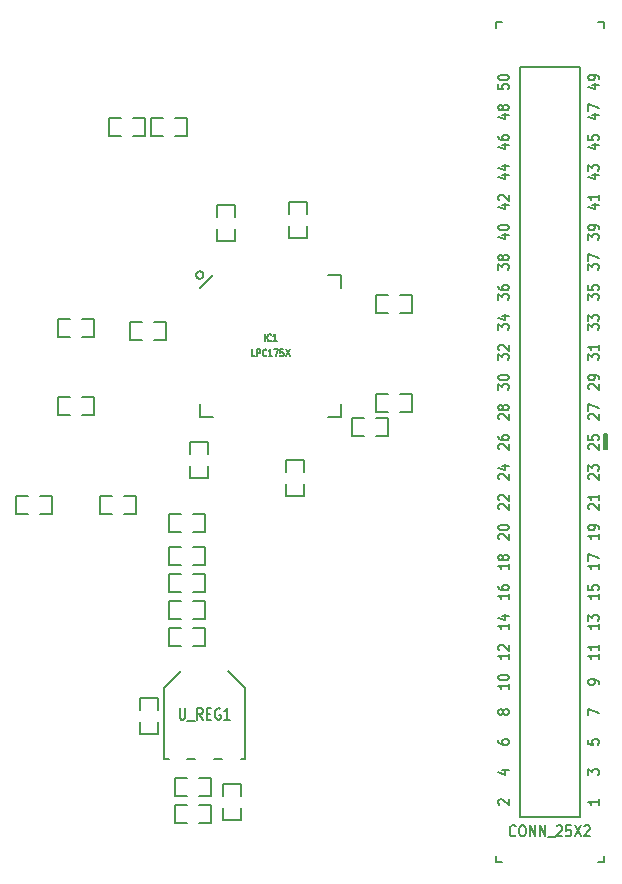
<source format=gto>
G04 (created by PCBNEW-RS274X (2011-03-30)-stable) date dom 10 abr 2011 01:24:47 ART*
G01*
G70*
G90*
%MOIN*%
G04 Gerber Fmt 3.4, Leading zero omitted, Abs format*
%FSLAX34Y34*%
G04 APERTURE LIST*
%ADD10C,0.006000*%
%ADD11C,0.007000*%
%ADD12C,0.005000*%
%ADD13C,0.008000*%
G04 APERTURE END LIST*
G54D10*
G54D11*
X15862Y-13238D02*
X15859Y-13262D01*
X15852Y-13285D01*
X15841Y-13306D01*
X15825Y-13325D01*
X15807Y-13340D01*
X15786Y-13352D01*
X15762Y-13359D01*
X15738Y-13361D01*
X15715Y-13359D01*
X15692Y-13352D01*
X15671Y-13341D01*
X15652Y-13326D01*
X15636Y-13308D01*
X15625Y-13286D01*
X15617Y-13263D01*
X15615Y-13239D01*
X15617Y-13216D01*
X15623Y-13193D01*
X15634Y-13171D01*
X15649Y-13152D01*
X15668Y-13137D01*
X15689Y-13125D01*
X15712Y-13117D01*
X15736Y-13115D01*
X15759Y-13116D01*
X15782Y-13123D01*
X15804Y-13134D01*
X15823Y-13149D01*
X15839Y-13167D01*
X15851Y-13188D01*
X15858Y-13211D01*
X15861Y-13235D01*
X15862Y-13238D01*
X15738Y-13671D02*
X16171Y-13238D01*
X15738Y-17962D02*
X15738Y-17529D01*
X15738Y-17962D02*
X16171Y-17962D01*
X20462Y-17962D02*
X20462Y-17529D01*
X20462Y-17962D02*
X20029Y-17962D01*
X20462Y-13238D02*
X20462Y-13671D01*
X20462Y-13238D02*
X20029Y-13238D01*
G54D12*
X14500Y-08600D02*
X14100Y-08600D01*
X14100Y-08600D02*
X14100Y-08000D01*
X14100Y-08000D02*
X14500Y-08000D01*
X14900Y-08000D02*
X15300Y-08000D01*
X15300Y-08000D02*
X15300Y-08600D01*
X15300Y-08600D02*
X14900Y-08600D01*
X13800Y-15400D02*
X13400Y-15400D01*
X13400Y-15400D02*
X13400Y-14800D01*
X13400Y-14800D02*
X13800Y-14800D01*
X14200Y-14800D02*
X14600Y-14800D01*
X14600Y-14800D02*
X14600Y-15400D01*
X14600Y-15400D02*
X14200Y-15400D01*
X22400Y-17200D02*
X22800Y-17200D01*
X22800Y-17200D02*
X22800Y-17800D01*
X22800Y-17800D02*
X22400Y-17800D01*
X22000Y-17800D02*
X21600Y-17800D01*
X21600Y-17800D02*
X21600Y-17200D01*
X21600Y-17200D02*
X22000Y-17200D01*
X22400Y-13900D02*
X22800Y-13900D01*
X22800Y-13900D02*
X22800Y-14500D01*
X22800Y-14500D02*
X22400Y-14500D01*
X22000Y-14500D02*
X21600Y-14500D01*
X21600Y-14500D02*
X21600Y-13900D01*
X21600Y-13900D02*
X22000Y-13900D01*
X18700Y-11200D02*
X18700Y-10800D01*
X18700Y-10800D02*
X19300Y-10800D01*
X19300Y-10800D02*
X19300Y-11200D01*
X19300Y-11600D02*
X19300Y-12000D01*
X19300Y-12000D02*
X18700Y-12000D01*
X18700Y-12000D02*
X18700Y-11600D01*
X16300Y-11300D02*
X16300Y-10900D01*
X16300Y-10900D02*
X16900Y-10900D01*
X16900Y-10900D02*
X16900Y-11300D01*
X16900Y-11700D02*
X16900Y-12100D01*
X16900Y-12100D02*
X16300Y-12100D01*
X16300Y-12100D02*
X16300Y-11700D01*
X19200Y-20200D02*
X19200Y-20600D01*
X19200Y-20600D02*
X18600Y-20600D01*
X18600Y-20600D02*
X18600Y-20200D01*
X18600Y-19800D02*
X18600Y-19400D01*
X18600Y-19400D02*
X19200Y-19400D01*
X19200Y-19400D02*
X19200Y-19800D01*
X16000Y-19600D02*
X16000Y-20000D01*
X16000Y-20000D02*
X15400Y-20000D01*
X15400Y-20000D02*
X15400Y-19600D01*
X15400Y-19200D02*
X15400Y-18800D01*
X15400Y-18800D02*
X16000Y-18800D01*
X16000Y-18800D02*
X16000Y-19200D01*
X10400Y-20600D02*
X10800Y-20600D01*
X10800Y-20600D02*
X10800Y-21200D01*
X10800Y-21200D02*
X10400Y-21200D01*
X10000Y-21200D02*
X09600Y-21200D01*
X09600Y-21200D02*
X09600Y-20600D01*
X09600Y-20600D02*
X10000Y-20600D01*
X12800Y-21200D02*
X12400Y-21200D01*
X12400Y-21200D02*
X12400Y-20600D01*
X12400Y-20600D02*
X12800Y-20600D01*
X13200Y-20600D02*
X13600Y-20600D01*
X13600Y-20600D02*
X13600Y-21200D01*
X13600Y-21200D02*
X13200Y-21200D01*
X11400Y-15300D02*
X11000Y-15300D01*
X11000Y-15300D02*
X11000Y-14700D01*
X11000Y-14700D02*
X11400Y-14700D01*
X11800Y-14700D02*
X12200Y-14700D01*
X12200Y-14700D02*
X12200Y-15300D01*
X12200Y-15300D02*
X11800Y-15300D01*
X11400Y-17900D02*
X11000Y-17900D01*
X11000Y-17900D02*
X11000Y-17300D01*
X11000Y-17300D02*
X11400Y-17300D01*
X11800Y-17300D02*
X12200Y-17300D01*
X12200Y-17300D02*
X12200Y-17900D01*
X12200Y-17900D02*
X11800Y-17900D01*
X13500Y-08000D02*
X13900Y-08000D01*
X13900Y-08000D02*
X13900Y-08600D01*
X13900Y-08600D02*
X13500Y-08600D01*
X13100Y-08600D02*
X12700Y-08600D01*
X12700Y-08600D02*
X12700Y-08000D01*
X12700Y-08000D02*
X13100Y-08000D01*
X15100Y-21800D02*
X14700Y-21800D01*
X14700Y-21800D02*
X14700Y-21200D01*
X14700Y-21200D02*
X15100Y-21200D01*
X15500Y-21200D02*
X15900Y-21200D01*
X15900Y-21200D02*
X15900Y-21800D01*
X15900Y-21800D02*
X15500Y-21800D01*
X15100Y-22900D02*
X14700Y-22900D01*
X14700Y-22900D02*
X14700Y-22300D01*
X14700Y-22300D02*
X15100Y-22300D01*
X15500Y-22300D02*
X15900Y-22300D01*
X15900Y-22300D02*
X15900Y-22900D01*
X15900Y-22900D02*
X15500Y-22900D01*
X15100Y-24700D02*
X14700Y-24700D01*
X14700Y-24700D02*
X14700Y-24100D01*
X14700Y-24100D02*
X15100Y-24100D01*
X15500Y-24100D02*
X15900Y-24100D01*
X15900Y-24100D02*
X15900Y-24700D01*
X15900Y-24700D02*
X15500Y-24700D01*
X15100Y-25600D02*
X14700Y-25600D01*
X14700Y-25600D02*
X14700Y-25000D01*
X14700Y-25000D02*
X15100Y-25000D01*
X15500Y-25000D02*
X15900Y-25000D01*
X15900Y-25000D02*
X15900Y-25600D01*
X15900Y-25600D02*
X15500Y-25600D01*
X15100Y-23800D02*
X14700Y-23800D01*
X14700Y-23800D02*
X14700Y-23200D01*
X14700Y-23200D02*
X15100Y-23200D01*
X15500Y-23200D02*
X15900Y-23200D01*
X15900Y-23200D02*
X15900Y-23800D01*
X15900Y-23800D02*
X15500Y-23800D01*
X16500Y-30600D02*
X16500Y-30200D01*
X16500Y-30200D02*
X17100Y-30200D01*
X17100Y-30200D02*
X17100Y-30600D01*
X17100Y-31000D02*
X17100Y-31400D01*
X17100Y-31400D02*
X16500Y-31400D01*
X16500Y-31400D02*
X16500Y-31000D01*
X15700Y-30900D02*
X16100Y-30900D01*
X16100Y-30900D02*
X16100Y-31500D01*
X16100Y-31500D02*
X15700Y-31500D01*
X15300Y-31500D02*
X14900Y-31500D01*
X14900Y-31500D02*
X14900Y-30900D01*
X14900Y-30900D02*
X15300Y-30900D01*
X15700Y-30000D02*
X16100Y-30000D01*
X16100Y-30000D02*
X16100Y-30600D01*
X16100Y-30600D02*
X15700Y-30600D01*
X15300Y-30600D02*
X14900Y-30600D01*
X14900Y-30600D02*
X14900Y-30000D01*
X14900Y-30000D02*
X15300Y-30000D01*
G54D13*
X14561Y-29357D02*
X14699Y-29357D01*
X14561Y-26994D02*
X14561Y-29357D01*
X15585Y-29357D02*
X15309Y-29357D01*
X16491Y-29357D02*
X16215Y-29357D01*
X17239Y-29357D02*
X17120Y-29357D01*
X17239Y-26994D02*
X17239Y-29357D01*
X14561Y-26994D02*
X15113Y-26443D01*
X17239Y-26994D02*
X16687Y-26443D01*
X26400Y-31300D02*
X26400Y-06300D01*
X26400Y-06300D02*
X28400Y-06300D01*
X28400Y-06300D02*
X28400Y-31300D01*
X28400Y-31300D02*
X26400Y-31300D01*
G54D11*
X29250Y-19050D02*
X29250Y-18550D01*
X29300Y-18550D02*
X29300Y-19050D01*
X29300Y-19050D02*
X29200Y-19050D01*
X29200Y-19050D02*
X29200Y-18550D01*
X29200Y-18550D02*
X29300Y-18550D01*
X29200Y-32800D02*
X29200Y-32600D01*
X29200Y-32800D02*
X29000Y-32800D01*
X25600Y-32800D02*
X25800Y-32800D01*
X25600Y-32800D02*
X25600Y-32600D01*
X29200Y-04800D02*
X29200Y-05000D01*
X29200Y-04800D02*
X29000Y-04800D01*
X25600Y-04800D02*
X25800Y-04800D01*
X25600Y-04800D02*
X25600Y-05000D01*
G54D12*
X13750Y-27750D02*
X13750Y-27350D01*
X13750Y-27350D02*
X14350Y-27350D01*
X14350Y-27350D02*
X14350Y-27750D01*
X14350Y-28150D02*
X14350Y-28550D01*
X14350Y-28550D02*
X13750Y-28550D01*
X13750Y-28550D02*
X13750Y-28150D01*
X21200Y-18600D02*
X20800Y-18600D01*
X20800Y-18600D02*
X20800Y-18000D01*
X20800Y-18000D02*
X21200Y-18000D01*
X21600Y-18000D02*
X22000Y-18000D01*
X22000Y-18000D02*
X22000Y-18600D01*
X22000Y-18600D02*
X21600Y-18600D01*
X17906Y-15439D02*
X17906Y-15219D01*
X18115Y-15418D02*
X18105Y-15429D01*
X18077Y-15439D01*
X18058Y-15439D01*
X18029Y-15429D01*
X18010Y-15408D01*
X18001Y-15387D01*
X17991Y-15345D01*
X17991Y-15313D01*
X18001Y-15271D01*
X18010Y-15250D01*
X18029Y-15230D01*
X18058Y-15219D01*
X18077Y-15219D01*
X18105Y-15230D01*
X18115Y-15240D01*
X18305Y-15439D02*
X18191Y-15439D01*
X18248Y-15439D02*
X18248Y-15219D01*
X18229Y-15250D01*
X18210Y-15271D01*
X18191Y-15282D01*
X17582Y-15939D02*
X17487Y-15939D01*
X17487Y-15719D01*
X17649Y-15939D02*
X17649Y-15719D01*
X17725Y-15719D01*
X17744Y-15730D01*
X17753Y-15740D01*
X17763Y-15761D01*
X17763Y-15792D01*
X17753Y-15813D01*
X17744Y-15824D01*
X17725Y-15834D01*
X17649Y-15834D01*
X17963Y-15918D02*
X17953Y-15929D01*
X17925Y-15939D01*
X17906Y-15939D01*
X17877Y-15929D01*
X17858Y-15908D01*
X17849Y-15887D01*
X17839Y-15845D01*
X17839Y-15813D01*
X17849Y-15771D01*
X17858Y-15750D01*
X17877Y-15730D01*
X17906Y-15719D01*
X17925Y-15719D01*
X17953Y-15730D01*
X17963Y-15740D01*
X18153Y-15939D02*
X18039Y-15939D01*
X18096Y-15939D02*
X18096Y-15719D01*
X18077Y-15750D01*
X18058Y-15771D01*
X18039Y-15782D01*
X18220Y-15719D02*
X18353Y-15719D01*
X18267Y-15939D01*
X18524Y-15719D02*
X18429Y-15719D01*
X18419Y-15824D01*
X18429Y-15813D01*
X18448Y-15803D01*
X18495Y-15803D01*
X18514Y-15813D01*
X18524Y-15824D01*
X18533Y-15845D01*
X18533Y-15897D01*
X18524Y-15918D01*
X18514Y-15929D01*
X18495Y-15939D01*
X18448Y-15939D01*
X18429Y-15929D01*
X18419Y-15918D01*
X18600Y-15719D02*
X18733Y-15939D01*
X18733Y-15719D02*
X18600Y-15939D01*
G54D13*
X15069Y-27674D02*
X15069Y-27981D01*
X15084Y-28018D01*
X15100Y-28036D01*
X15130Y-28054D01*
X15191Y-28054D01*
X15222Y-28036D01*
X15237Y-28018D01*
X15252Y-27981D01*
X15252Y-27674D01*
X15328Y-28090D02*
X15572Y-28090D01*
X15831Y-28054D02*
X15724Y-27873D01*
X15648Y-28054D02*
X15648Y-27674D01*
X15770Y-27674D01*
X15801Y-27692D01*
X15816Y-27710D01*
X15831Y-27746D01*
X15831Y-27800D01*
X15816Y-27837D01*
X15801Y-27855D01*
X15770Y-27873D01*
X15648Y-27873D01*
X15968Y-27855D02*
X16075Y-27855D01*
X16121Y-28054D02*
X15968Y-28054D01*
X15968Y-27674D01*
X16121Y-27674D01*
X16426Y-27692D02*
X16395Y-27674D01*
X16350Y-27674D01*
X16304Y-27692D01*
X16273Y-27728D01*
X16258Y-27764D01*
X16243Y-27837D01*
X16243Y-27891D01*
X16258Y-27963D01*
X16273Y-28000D01*
X16304Y-28036D01*
X16350Y-28054D01*
X16380Y-28054D01*
X16426Y-28036D01*
X16441Y-28018D01*
X16441Y-27891D01*
X16380Y-27891D01*
X16746Y-28054D02*
X16563Y-28054D01*
X16654Y-28054D02*
X16654Y-27674D01*
X16624Y-27728D01*
X16593Y-27764D01*
X16563Y-27782D01*
X26265Y-31911D02*
X26250Y-31929D01*
X26204Y-31946D01*
X26174Y-31946D01*
X26128Y-31929D01*
X26097Y-31894D01*
X26082Y-31860D01*
X26067Y-31791D01*
X26067Y-31740D01*
X26082Y-31671D01*
X26097Y-31637D01*
X26128Y-31603D01*
X26174Y-31586D01*
X26204Y-31586D01*
X26250Y-31603D01*
X26265Y-31620D01*
X26463Y-31586D02*
X26524Y-31586D01*
X26555Y-31603D01*
X26585Y-31637D01*
X26600Y-31706D01*
X26600Y-31826D01*
X26585Y-31894D01*
X26555Y-31929D01*
X26524Y-31946D01*
X26463Y-31946D01*
X26433Y-31929D01*
X26402Y-31894D01*
X26387Y-31826D01*
X26387Y-31706D01*
X26402Y-31637D01*
X26433Y-31603D01*
X26463Y-31586D01*
X26737Y-31946D02*
X26737Y-31586D01*
X26920Y-31946D01*
X26920Y-31586D01*
X27072Y-31946D02*
X27072Y-31586D01*
X27255Y-31946D01*
X27255Y-31586D01*
X27331Y-31980D02*
X27575Y-31980D01*
X27636Y-31620D02*
X27651Y-31603D01*
X27682Y-31586D01*
X27758Y-31586D01*
X27788Y-31603D01*
X27804Y-31620D01*
X27819Y-31654D01*
X27819Y-31689D01*
X27804Y-31740D01*
X27621Y-31946D01*
X27819Y-31946D01*
X28109Y-31586D02*
X27956Y-31586D01*
X27941Y-31757D01*
X27956Y-31740D01*
X27987Y-31723D01*
X28063Y-31723D01*
X28093Y-31740D01*
X28109Y-31757D01*
X28124Y-31791D01*
X28124Y-31877D01*
X28109Y-31911D01*
X28093Y-31929D01*
X28063Y-31946D01*
X27987Y-31946D01*
X27956Y-31929D01*
X27941Y-31911D01*
X28231Y-31586D02*
X28444Y-31946D01*
X28444Y-31586D02*
X28231Y-31946D01*
X28551Y-31620D02*
X28566Y-31603D01*
X28597Y-31586D01*
X28673Y-31586D01*
X28703Y-31603D01*
X28719Y-31620D01*
X28734Y-31654D01*
X28734Y-31689D01*
X28719Y-31740D01*
X28536Y-31946D01*
X28734Y-31946D01*
X25720Y-18044D02*
X25703Y-18029D01*
X25686Y-17998D01*
X25686Y-17922D01*
X25703Y-17892D01*
X25720Y-17876D01*
X25754Y-17861D01*
X25789Y-17861D01*
X25840Y-17876D01*
X26046Y-18059D01*
X26046Y-17861D01*
X25840Y-17678D02*
X25823Y-17709D01*
X25806Y-17724D01*
X25771Y-17739D01*
X25754Y-17739D01*
X25720Y-17724D01*
X25703Y-17709D01*
X25686Y-17678D01*
X25686Y-17617D01*
X25703Y-17587D01*
X25720Y-17571D01*
X25754Y-17556D01*
X25771Y-17556D01*
X25806Y-17571D01*
X25823Y-17587D01*
X25840Y-17617D01*
X25840Y-17678D01*
X25857Y-17709D01*
X25874Y-17724D01*
X25909Y-17739D01*
X25977Y-17739D01*
X26011Y-17724D01*
X26029Y-17709D01*
X26046Y-17678D01*
X26046Y-17617D01*
X26029Y-17587D01*
X26011Y-17571D01*
X25977Y-17556D01*
X25909Y-17556D01*
X25874Y-17571D01*
X25857Y-17587D01*
X25840Y-17617D01*
X25720Y-20044D02*
X25703Y-20029D01*
X25686Y-19998D01*
X25686Y-19922D01*
X25703Y-19892D01*
X25720Y-19876D01*
X25754Y-19861D01*
X25789Y-19861D01*
X25840Y-19876D01*
X26046Y-20059D01*
X26046Y-19861D01*
X25806Y-19587D02*
X26046Y-19587D01*
X25669Y-19663D02*
X25926Y-19739D01*
X25926Y-19541D01*
X25720Y-19044D02*
X25703Y-19029D01*
X25686Y-18998D01*
X25686Y-18922D01*
X25703Y-18892D01*
X25720Y-18876D01*
X25754Y-18861D01*
X25789Y-18861D01*
X25840Y-18876D01*
X26046Y-19059D01*
X26046Y-18861D01*
X25686Y-18587D02*
X25686Y-18648D01*
X25703Y-18678D01*
X25720Y-18693D01*
X25771Y-18724D01*
X25840Y-18739D01*
X25977Y-18739D01*
X26011Y-18724D01*
X26029Y-18709D01*
X26046Y-18678D01*
X26046Y-18617D01*
X26029Y-18587D01*
X26011Y-18571D01*
X25977Y-18556D01*
X25891Y-18556D01*
X25857Y-18571D01*
X25840Y-18587D01*
X25823Y-18617D01*
X25823Y-18678D01*
X25840Y-18709D01*
X25857Y-18724D01*
X25891Y-18739D01*
X25720Y-30891D02*
X25703Y-30876D01*
X25686Y-30845D01*
X25686Y-30769D01*
X25703Y-30739D01*
X25720Y-30723D01*
X25754Y-30708D01*
X25789Y-30708D01*
X25840Y-30723D01*
X26046Y-30906D01*
X26046Y-30708D01*
X25806Y-29739D02*
X26046Y-29739D01*
X25669Y-29815D02*
X25926Y-29891D01*
X25926Y-29693D01*
X25840Y-27830D02*
X25823Y-27861D01*
X25806Y-27876D01*
X25771Y-27891D01*
X25754Y-27891D01*
X25720Y-27876D01*
X25703Y-27861D01*
X25686Y-27830D01*
X25686Y-27769D01*
X25703Y-27739D01*
X25720Y-27723D01*
X25754Y-27708D01*
X25771Y-27708D01*
X25806Y-27723D01*
X25823Y-27739D01*
X25840Y-27769D01*
X25840Y-27830D01*
X25857Y-27861D01*
X25874Y-27876D01*
X25909Y-27891D01*
X25977Y-27891D01*
X26011Y-27876D01*
X26029Y-27861D01*
X26046Y-27830D01*
X26046Y-27769D01*
X26029Y-27739D01*
X26011Y-27723D01*
X25977Y-27708D01*
X25909Y-27708D01*
X25874Y-27723D01*
X25857Y-27739D01*
X25840Y-27769D01*
X25686Y-28739D02*
X25686Y-28800D01*
X25703Y-28830D01*
X25720Y-28845D01*
X25771Y-28876D01*
X25840Y-28891D01*
X25977Y-28891D01*
X26011Y-28876D01*
X26029Y-28861D01*
X26046Y-28830D01*
X26046Y-28769D01*
X26029Y-28739D01*
X26011Y-28723D01*
X25977Y-28708D01*
X25891Y-28708D01*
X25857Y-28723D01*
X25840Y-28739D01*
X25823Y-28769D01*
X25823Y-28830D01*
X25840Y-28861D01*
X25857Y-28876D01*
X25891Y-28891D01*
X26046Y-24861D02*
X26046Y-25044D01*
X26046Y-24953D02*
X25686Y-24953D01*
X25737Y-24983D01*
X25771Y-25014D01*
X25789Y-25044D01*
X25806Y-24587D02*
X26046Y-24587D01*
X25669Y-24663D02*
X25926Y-24739D01*
X25926Y-24541D01*
X26046Y-23861D02*
X26046Y-24044D01*
X26046Y-23953D02*
X25686Y-23953D01*
X25737Y-23983D01*
X25771Y-24014D01*
X25789Y-24044D01*
X25686Y-23587D02*
X25686Y-23648D01*
X25703Y-23678D01*
X25720Y-23693D01*
X25771Y-23724D01*
X25840Y-23739D01*
X25977Y-23739D01*
X26011Y-23724D01*
X26029Y-23709D01*
X26046Y-23678D01*
X26046Y-23617D01*
X26029Y-23587D01*
X26011Y-23571D01*
X25977Y-23556D01*
X25891Y-23556D01*
X25857Y-23571D01*
X25840Y-23587D01*
X25823Y-23617D01*
X25823Y-23678D01*
X25840Y-23709D01*
X25857Y-23724D01*
X25891Y-23739D01*
X26046Y-25861D02*
X26046Y-26044D01*
X26046Y-25953D02*
X25686Y-25953D01*
X25737Y-25983D01*
X25771Y-26014D01*
X25789Y-26044D01*
X25720Y-25739D02*
X25703Y-25724D01*
X25686Y-25693D01*
X25686Y-25617D01*
X25703Y-25587D01*
X25720Y-25571D01*
X25754Y-25556D01*
X25789Y-25556D01*
X25840Y-25571D01*
X26046Y-25754D01*
X26046Y-25556D01*
X26046Y-26861D02*
X26046Y-27044D01*
X26046Y-26953D02*
X25686Y-26953D01*
X25737Y-26983D01*
X25771Y-27014D01*
X25789Y-27044D01*
X25686Y-26663D02*
X25686Y-26632D01*
X25703Y-26602D01*
X25720Y-26587D01*
X25754Y-26571D01*
X25823Y-26556D01*
X25909Y-26556D01*
X25977Y-26571D01*
X26011Y-26587D01*
X26029Y-26602D01*
X26046Y-26632D01*
X26046Y-26663D01*
X26029Y-26693D01*
X26011Y-26709D01*
X25977Y-26724D01*
X25909Y-26739D01*
X25823Y-26739D01*
X25754Y-26724D01*
X25720Y-26709D01*
X25703Y-26693D01*
X25686Y-26663D01*
X25686Y-16059D02*
X25686Y-15861D01*
X25823Y-15968D01*
X25823Y-15922D01*
X25840Y-15892D01*
X25857Y-15876D01*
X25891Y-15861D01*
X25977Y-15861D01*
X26011Y-15876D01*
X26029Y-15892D01*
X26046Y-15922D01*
X26046Y-16014D01*
X26029Y-16044D01*
X26011Y-16059D01*
X25720Y-15739D02*
X25703Y-15724D01*
X25686Y-15693D01*
X25686Y-15617D01*
X25703Y-15587D01*
X25720Y-15571D01*
X25754Y-15556D01*
X25789Y-15556D01*
X25840Y-15571D01*
X26046Y-15754D01*
X26046Y-15556D01*
X25686Y-17059D02*
X25686Y-16861D01*
X25823Y-16968D01*
X25823Y-16922D01*
X25840Y-16892D01*
X25857Y-16876D01*
X25891Y-16861D01*
X25977Y-16861D01*
X26011Y-16876D01*
X26029Y-16892D01*
X26046Y-16922D01*
X26046Y-17014D01*
X26029Y-17044D01*
X26011Y-17059D01*
X25686Y-16663D02*
X25686Y-16632D01*
X25703Y-16602D01*
X25720Y-16587D01*
X25754Y-16571D01*
X25823Y-16556D01*
X25909Y-16556D01*
X25977Y-16571D01*
X26011Y-16587D01*
X26029Y-16602D01*
X26046Y-16632D01*
X26046Y-16663D01*
X26029Y-16693D01*
X26011Y-16709D01*
X25977Y-16724D01*
X25909Y-16739D01*
X25823Y-16739D01*
X25754Y-16724D01*
X25720Y-16709D01*
X25703Y-16693D01*
X25686Y-16663D01*
X25720Y-21044D02*
X25703Y-21029D01*
X25686Y-20998D01*
X25686Y-20922D01*
X25703Y-20892D01*
X25720Y-20876D01*
X25754Y-20861D01*
X25789Y-20861D01*
X25840Y-20876D01*
X26046Y-21059D01*
X26046Y-20861D01*
X25720Y-20739D02*
X25703Y-20724D01*
X25686Y-20693D01*
X25686Y-20617D01*
X25703Y-20587D01*
X25720Y-20571D01*
X25754Y-20556D01*
X25789Y-20556D01*
X25840Y-20571D01*
X26046Y-20754D01*
X26046Y-20556D01*
X25720Y-22044D02*
X25703Y-22029D01*
X25686Y-21998D01*
X25686Y-21922D01*
X25703Y-21892D01*
X25720Y-21876D01*
X25754Y-21861D01*
X25789Y-21861D01*
X25840Y-21876D01*
X26046Y-22059D01*
X26046Y-21861D01*
X25686Y-21663D02*
X25686Y-21632D01*
X25703Y-21602D01*
X25720Y-21587D01*
X25754Y-21571D01*
X25823Y-21556D01*
X25909Y-21556D01*
X25977Y-21571D01*
X26011Y-21587D01*
X26029Y-21602D01*
X26046Y-21632D01*
X26046Y-21663D01*
X26029Y-21693D01*
X26011Y-21709D01*
X25977Y-21724D01*
X25909Y-21739D01*
X25823Y-21739D01*
X25754Y-21724D01*
X25720Y-21709D01*
X25703Y-21693D01*
X25686Y-21663D01*
X26046Y-22861D02*
X26046Y-23044D01*
X26046Y-22953D02*
X25686Y-22953D01*
X25737Y-22983D01*
X25771Y-23014D01*
X25789Y-23044D01*
X25840Y-22678D02*
X25823Y-22709D01*
X25806Y-22724D01*
X25771Y-22739D01*
X25754Y-22739D01*
X25720Y-22724D01*
X25703Y-22709D01*
X25686Y-22678D01*
X25686Y-22617D01*
X25703Y-22587D01*
X25720Y-22571D01*
X25754Y-22556D01*
X25771Y-22556D01*
X25806Y-22571D01*
X25823Y-22587D01*
X25840Y-22617D01*
X25840Y-22678D01*
X25857Y-22709D01*
X25874Y-22724D01*
X25909Y-22739D01*
X25977Y-22739D01*
X26011Y-22724D01*
X26029Y-22709D01*
X26046Y-22678D01*
X26046Y-22617D01*
X26029Y-22587D01*
X26011Y-22571D01*
X25977Y-22556D01*
X25909Y-22556D01*
X25874Y-22571D01*
X25857Y-22587D01*
X25840Y-22617D01*
X25686Y-06876D02*
X25686Y-07029D01*
X25857Y-07044D01*
X25840Y-07029D01*
X25823Y-06998D01*
X25823Y-06922D01*
X25840Y-06892D01*
X25857Y-06876D01*
X25891Y-06861D01*
X25977Y-06861D01*
X26011Y-06876D01*
X26029Y-06892D01*
X26046Y-06922D01*
X26046Y-06998D01*
X26029Y-07029D01*
X26011Y-07044D01*
X25686Y-06663D02*
X25686Y-06632D01*
X25703Y-06602D01*
X25720Y-06587D01*
X25754Y-06571D01*
X25823Y-06556D01*
X25909Y-06556D01*
X25977Y-06571D01*
X26011Y-06587D01*
X26029Y-06602D01*
X26046Y-06632D01*
X26046Y-06663D01*
X26029Y-06693D01*
X26011Y-06709D01*
X25977Y-06724D01*
X25909Y-06739D01*
X25823Y-06739D01*
X25754Y-06724D01*
X25720Y-06709D01*
X25703Y-06693D01*
X25686Y-06663D01*
X25806Y-10892D02*
X26046Y-10892D01*
X25669Y-10968D02*
X25926Y-11044D01*
X25926Y-10846D01*
X25720Y-10739D02*
X25703Y-10724D01*
X25686Y-10693D01*
X25686Y-10617D01*
X25703Y-10587D01*
X25720Y-10571D01*
X25754Y-10556D01*
X25789Y-10556D01*
X25840Y-10571D01*
X26046Y-10754D01*
X26046Y-10556D01*
X25806Y-09892D02*
X26046Y-09892D01*
X25669Y-09968D02*
X25926Y-10044D01*
X25926Y-09846D01*
X25806Y-09587D02*
X26046Y-09587D01*
X25669Y-09663D02*
X25926Y-09739D01*
X25926Y-09541D01*
X25806Y-07892D02*
X26046Y-07892D01*
X25669Y-07968D02*
X25926Y-08044D01*
X25926Y-07846D01*
X25840Y-07678D02*
X25823Y-07709D01*
X25806Y-07724D01*
X25771Y-07739D01*
X25754Y-07739D01*
X25720Y-07724D01*
X25703Y-07709D01*
X25686Y-07678D01*
X25686Y-07617D01*
X25703Y-07587D01*
X25720Y-07571D01*
X25754Y-07556D01*
X25771Y-07556D01*
X25806Y-07571D01*
X25823Y-07587D01*
X25840Y-07617D01*
X25840Y-07678D01*
X25857Y-07709D01*
X25874Y-07724D01*
X25909Y-07739D01*
X25977Y-07739D01*
X26011Y-07724D01*
X26029Y-07709D01*
X26046Y-07678D01*
X26046Y-07617D01*
X26029Y-07587D01*
X26011Y-07571D01*
X25977Y-07556D01*
X25909Y-07556D01*
X25874Y-07571D01*
X25857Y-07587D01*
X25840Y-07617D01*
X25806Y-08892D02*
X26046Y-08892D01*
X25669Y-08968D02*
X25926Y-09044D01*
X25926Y-08846D01*
X25686Y-08587D02*
X25686Y-08648D01*
X25703Y-08678D01*
X25720Y-08693D01*
X25771Y-08724D01*
X25840Y-08739D01*
X25977Y-08739D01*
X26011Y-08724D01*
X26029Y-08709D01*
X26046Y-08678D01*
X26046Y-08617D01*
X26029Y-08587D01*
X26011Y-08571D01*
X25977Y-08556D01*
X25891Y-08556D01*
X25857Y-08571D01*
X25840Y-08587D01*
X25823Y-08617D01*
X25823Y-08678D01*
X25840Y-08709D01*
X25857Y-08724D01*
X25891Y-08739D01*
X25686Y-13059D02*
X25686Y-12861D01*
X25823Y-12968D01*
X25823Y-12922D01*
X25840Y-12892D01*
X25857Y-12876D01*
X25891Y-12861D01*
X25977Y-12861D01*
X26011Y-12876D01*
X26029Y-12892D01*
X26046Y-12922D01*
X26046Y-13014D01*
X26029Y-13044D01*
X26011Y-13059D01*
X25840Y-12678D02*
X25823Y-12709D01*
X25806Y-12724D01*
X25771Y-12739D01*
X25754Y-12739D01*
X25720Y-12724D01*
X25703Y-12709D01*
X25686Y-12678D01*
X25686Y-12617D01*
X25703Y-12587D01*
X25720Y-12571D01*
X25754Y-12556D01*
X25771Y-12556D01*
X25806Y-12571D01*
X25823Y-12587D01*
X25840Y-12617D01*
X25840Y-12678D01*
X25857Y-12709D01*
X25874Y-12724D01*
X25909Y-12739D01*
X25977Y-12739D01*
X26011Y-12724D01*
X26029Y-12709D01*
X26046Y-12678D01*
X26046Y-12617D01*
X26029Y-12587D01*
X26011Y-12571D01*
X25977Y-12556D01*
X25909Y-12556D01*
X25874Y-12571D01*
X25857Y-12587D01*
X25840Y-12617D01*
X25806Y-11892D02*
X26046Y-11892D01*
X25669Y-11968D02*
X25926Y-12044D01*
X25926Y-11846D01*
X25686Y-11663D02*
X25686Y-11632D01*
X25703Y-11602D01*
X25720Y-11587D01*
X25754Y-11571D01*
X25823Y-11556D01*
X25909Y-11556D01*
X25977Y-11571D01*
X26011Y-11587D01*
X26029Y-11602D01*
X26046Y-11632D01*
X26046Y-11663D01*
X26029Y-11693D01*
X26011Y-11709D01*
X25977Y-11724D01*
X25909Y-11739D01*
X25823Y-11739D01*
X25754Y-11724D01*
X25720Y-11709D01*
X25703Y-11693D01*
X25686Y-11663D01*
X25686Y-14059D02*
X25686Y-13861D01*
X25823Y-13968D01*
X25823Y-13922D01*
X25840Y-13892D01*
X25857Y-13876D01*
X25891Y-13861D01*
X25977Y-13861D01*
X26011Y-13876D01*
X26029Y-13892D01*
X26046Y-13922D01*
X26046Y-14014D01*
X26029Y-14044D01*
X26011Y-14059D01*
X25686Y-13587D02*
X25686Y-13648D01*
X25703Y-13678D01*
X25720Y-13693D01*
X25771Y-13724D01*
X25840Y-13739D01*
X25977Y-13739D01*
X26011Y-13724D01*
X26029Y-13709D01*
X26046Y-13678D01*
X26046Y-13617D01*
X26029Y-13587D01*
X26011Y-13571D01*
X25977Y-13556D01*
X25891Y-13556D01*
X25857Y-13571D01*
X25840Y-13587D01*
X25823Y-13617D01*
X25823Y-13678D01*
X25840Y-13709D01*
X25857Y-13724D01*
X25891Y-13739D01*
X25686Y-15059D02*
X25686Y-14861D01*
X25823Y-14968D01*
X25823Y-14922D01*
X25840Y-14892D01*
X25857Y-14876D01*
X25891Y-14861D01*
X25977Y-14861D01*
X26011Y-14876D01*
X26029Y-14892D01*
X26046Y-14922D01*
X26046Y-15014D01*
X26029Y-15044D01*
X26011Y-15059D01*
X25806Y-14587D02*
X26046Y-14587D01*
X25669Y-14663D02*
X25926Y-14739D01*
X25926Y-14541D01*
X28686Y-15059D02*
X28686Y-14861D01*
X28823Y-14968D01*
X28823Y-14922D01*
X28840Y-14892D01*
X28857Y-14876D01*
X28891Y-14861D01*
X28977Y-14861D01*
X29011Y-14876D01*
X29029Y-14892D01*
X29046Y-14922D01*
X29046Y-15014D01*
X29029Y-15044D01*
X29011Y-15059D01*
X28686Y-14754D02*
X28686Y-14556D01*
X28823Y-14663D01*
X28823Y-14617D01*
X28840Y-14587D01*
X28857Y-14571D01*
X28891Y-14556D01*
X28977Y-14556D01*
X29011Y-14571D01*
X29029Y-14587D01*
X29046Y-14617D01*
X29046Y-14709D01*
X29029Y-14739D01*
X29011Y-14754D01*
X28686Y-14059D02*
X28686Y-13861D01*
X28823Y-13968D01*
X28823Y-13922D01*
X28840Y-13892D01*
X28857Y-13876D01*
X28891Y-13861D01*
X28977Y-13861D01*
X29011Y-13876D01*
X29029Y-13892D01*
X29046Y-13922D01*
X29046Y-14014D01*
X29029Y-14044D01*
X29011Y-14059D01*
X28686Y-13571D02*
X28686Y-13724D01*
X28857Y-13739D01*
X28840Y-13724D01*
X28823Y-13693D01*
X28823Y-13617D01*
X28840Y-13587D01*
X28857Y-13571D01*
X28891Y-13556D01*
X28977Y-13556D01*
X29011Y-13571D01*
X29029Y-13587D01*
X29046Y-13617D01*
X29046Y-13693D01*
X29029Y-13724D01*
X29011Y-13739D01*
X28686Y-12059D02*
X28686Y-11861D01*
X28823Y-11968D01*
X28823Y-11922D01*
X28840Y-11892D01*
X28857Y-11876D01*
X28891Y-11861D01*
X28977Y-11861D01*
X29011Y-11876D01*
X29029Y-11892D01*
X29046Y-11922D01*
X29046Y-12014D01*
X29029Y-12044D01*
X29011Y-12059D01*
X29046Y-11709D02*
X29046Y-11648D01*
X29029Y-11617D01*
X29011Y-11602D01*
X28960Y-11571D01*
X28891Y-11556D01*
X28754Y-11556D01*
X28720Y-11571D01*
X28703Y-11587D01*
X28686Y-11617D01*
X28686Y-11678D01*
X28703Y-11709D01*
X28720Y-11724D01*
X28754Y-11739D01*
X28840Y-11739D01*
X28874Y-11724D01*
X28891Y-11709D01*
X28909Y-11678D01*
X28909Y-11617D01*
X28891Y-11587D01*
X28874Y-11571D01*
X28840Y-11556D01*
X28686Y-13059D02*
X28686Y-12861D01*
X28823Y-12968D01*
X28823Y-12922D01*
X28840Y-12892D01*
X28857Y-12876D01*
X28891Y-12861D01*
X28977Y-12861D01*
X29011Y-12876D01*
X29029Y-12892D01*
X29046Y-12922D01*
X29046Y-13014D01*
X29029Y-13044D01*
X29011Y-13059D01*
X28686Y-12754D02*
X28686Y-12541D01*
X29046Y-12678D01*
X28806Y-08892D02*
X29046Y-08892D01*
X28669Y-08968D02*
X28926Y-09044D01*
X28926Y-08846D01*
X28686Y-08571D02*
X28686Y-08724D01*
X28857Y-08739D01*
X28840Y-08724D01*
X28823Y-08693D01*
X28823Y-08617D01*
X28840Y-08587D01*
X28857Y-08571D01*
X28891Y-08556D01*
X28977Y-08556D01*
X29011Y-08571D01*
X29029Y-08587D01*
X29046Y-08617D01*
X29046Y-08693D01*
X29029Y-08724D01*
X29011Y-08739D01*
X28806Y-07892D02*
X29046Y-07892D01*
X28669Y-07968D02*
X28926Y-08044D01*
X28926Y-07846D01*
X28686Y-07754D02*
X28686Y-07541D01*
X29046Y-07678D01*
X28806Y-09892D02*
X29046Y-09892D01*
X28669Y-09968D02*
X28926Y-10044D01*
X28926Y-09846D01*
X28686Y-09754D02*
X28686Y-09556D01*
X28823Y-09663D01*
X28823Y-09617D01*
X28840Y-09587D01*
X28857Y-09571D01*
X28891Y-09556D01*
X28977Y-09556D01*
X29011Y-09571D01*
X29029Y-09587D01*
X29046Y-09617D01*
X29046Y-09709D01*
X29029Y-09739D01*
X29011Y-09754D01*
X28806Y-10892D02*
X29046Y-10892D01*
X28669Y-10968D02*
X28926Y-11044D01*
X28926Y-10846D01*
X29046Y-10556D02*
X29046Y-10739D01*
X29046Y-10648D02*
X28686Y-10648D01*
X28737Y-10678D01*
X28771Y-10709D01*
X28789Y-10739D01*
X28806Y-06892D02*
X29046Y-06892D01*
X28669Y-06968D02*
X28926Y-07044D01*
X28926Y-06846D01*
X29046Y-06709D02*
X29046Y-06648D01*
X29029Y-06617D01*
X29011Y-06602D01*
X28960Y-06571D01*
X28891Y-06556D01*
X28754Y-06556D01*
X28720Y-06571D01*
X28703Y-06587D01*
X28686Y-06617D01*
X28686Y-06678D01*
X28703Y-06709D01*
X28720Y-06724D01*
X28754Y-06739D01*
X28840Y-06739D01*
X28874Y-06724D01*
X28891Y-06709D01*
X28909Y-06678D01*
X28909Y-06617D01*
X28891Y-06587D01*
X28874Y-06571D01*
X28840Y-06556D01*
X29046Y-22861D02*
X29046Y-23044D01*
X29046Y-22953D02*
X28686Y-22953D01*
X28737Y-22983D01*
X28771Y-23014D01*
X28789Y-23044D01*
X28686Y-22754D02*
X28686Y-22541D01*
X29046Y-22678D01*
X29046Y-21861D02*
X29046Y-22044D01*
X29046Y-21953D02*
X28686Y-21953D01*
X28737Y-21983D01*
X28771Y-22014D01*
X28789Y-22044D01*
X29046Y-21709D02*
X29046Y-21648D01*
X29029Y-21617D01*
X29011Y-21602D01*
X28960Y-21571D01*
X28891Y-21556D01*
X28754Y-21556D01*
X28720Y-21571D01*
X28703Y-21587D01*
X28686Y-21617D01*
X28686Y-21678D01*
X28703Y-21709D01*
X28720Y-21724D01*
X28754Y-21739D01*
X28840Y-21739D01*
X28874Y-21724D01*
X28891Y-21709D01*
X28909Y-21678D01*
X28909Y-21617D01*
X28891Y-21587D01*
X28874Y-21571D01*
X28840Y-21556D01*
X28720Y-20044D02*
X28703Y-20029D01*
X28686Y-19998D01*
X28686Y-19922D01*
X28703Y-19892D01*
X28720Y-19876D01*
X28754Y-19861D01*
X28789Y-19861D01*
X28840Y-19876D01*
X29046Y-20059D01*
X29046Y-19861D01*
X28686Y-19754D02*
X28686Y-19556D01*
X28823Y-19663D01*
X28823Y-19617D01*
X28840Y-19587D01*
X28857Y-19571D01*
X28891Y-19556D01*
X28977Y-19556D01*
X29011Y-19571D01*
X29029Y-19587D01*
X29046Y-19617D01*
X29046Y-19709D01*
X29029Y-19739D01*
X29011Y-19754D01*
X28720Y-21044D02*
X28703Y-21029D01*
X28686Y-20998D01*
X28686Y-20922D01*
X28703Y-20892D01*
X28720Y-20876D01*
X28754Y-20861D01*
X28789Y-20861D01*
X28840Y-20876D01*
X29046Y-21059D01*
X29046Y-20861D01*
X29046Y-20556D02*
X29046Y-20739D01*
X29046Y-20648D02*
X28686Y-20648D01*
X28737Y-20678D01*
X28771Y-20709D01*
X28789Y-20739D01*
X28720Y-17044D02*
X28703Y-17029D01*
X28686Y-16998D01*
X28686Y-16922D01*
X28703Y-16892D01*
X28720Y-16876D01*
X28754Y-16861D01*
X28789Y-16861D01*
X28840Y-16876D01*
X29046Y-17059D01*
X29046Y-16861D01*
X29046Y-16709D02*
X29046Y-16648D01*
X29029Y-16617D01*
X29011Y-16602D01*
X28960Y-16571D01*
X28891Y-16556D01*
X28754Y-16556D01*
X28720Y-16571D01*
X28703Y-16587D01*
X28686Y-16617D01*
X28686Y-16678D01*
X28703Y-16709D01*
X28720Y-16724D01*
X28754Y-16739D01*
X28840Y-16739D01*
X28874Y-16724D01*
X28891Y-16709D01*
X28909Y-16678D01*
X28909Y-16617D01*
X28891Y-16587D01*
X28874Y-16571D01*
X28840Y-16556D01*
X28686Y-16059D02*
X28686Y-15861D01*
X28823Y-15968D01*
X28823Y-15922D01*
X28840Y-15892D01*
X28857Y-15876D01*
X28891Y-15861D01*
X28977Y-15861D01*
X29011Y-15876D01*
X29029Y-15892D01*
X29046Y-15922D01*
X29046Y-16014D01*
X29029Y-16044D01*
X29011Y-16059D01*
X29046Y-15556D02*
X29046Y-15739D01*
X29046Y-15648D02*
X28686Y-15648D01*
X28737Y-15678D01*
X28771Y-15709D01*
X28789Y-15739D01*
X28720Y-18044D02*
X28703Y-18029D01*
X28686Y-17998D01*
X28686Y-17922D01*
X28703Y-17892D01*
X28720Y-17876D01*
X28754Y-17861D01*
X28789Y-17861D01*
X28840Y-17876D01*
X29046Y-18059D01*
X29046Y-17861D01*
X28686Y-17754D02*
X28686Y-17541D01*
X29046Y-17678D01*
X28720Y-19044D02*
X28703Y-19029D01*
X28686Y-18998D01*
X28686Y-18922D01*
X28703Y-18892D01*
X28720Y-18876D01*
X28754Y-18861D01*
X28789Y-18861D01*
X28840Y-18876D01*
X29046Y-19059D01*
X29046Y-18861D01*
X28686Y-18571D02*
X28686Y-18724D01*
X28857Y-18739D01*
X28840Y-18724D01*
X28823Y-18693D01*
X28823Y-18617D01*
X28840Y-18587D01*
X28857Y-18571D01*
X28891Y-18556D01*
X28977Y-18556D01*
X29011Y-18571D01*
X29029Y-18587D01*
X29046Y-18617D01*
X29046Y-18693D01*
X29029Y-18724D01*
X29011Y-18739D01*
X29046Y-26861D02*
X29046Y-26800D01*
X29029Y-26769D01*
X29011Y-26754D01*
X28960Y-26723D01*
X28891Y-26708D01*
X28754Y-26708D01*
X28720Y-26723D01*
X28703Y-26739D01*
X28686Y-26769D01*
X28686Y-26830D01*
X28703Y-26861D01*
X28720Y-26876D01*
X28754Y-26891D01*
X28840Y-26891D01*
X28874Y-26876D01*
X28891Y-26861D01*
X28909Y-26830D01*
X28909Y-26769D01*
X28891Y-26739D01*
X28874Y-26723D01*
X28840Y-26708D01*
X29046Y-25861D02*
X29046Y-26044D01*
X29046Y-25953D02*
X28686Y-25953D01*
X28737Y-25983D01*
X28771Y-26014D01*
X28789Y-26044D01*
X29046Y-25556D02*
X29046Y-25739D01*
X29046Y-25648D02*
X28686Y-25648D01*
X28737Y-25678D01*
X28771Y-25709D01*
X28789Y-25739D01*
X29046Y-23861D02*
X29046Y-24044D01*
X29046Y-23953D02*
X28686Y-23953D01*
X28737Y-23983D01*
X28771Y-24014D01*
X28789Y-24044D01*
X28686Y-23571D02*
X28686Y-23724D01*
X28857Y-23739D01*
X28840Y-23724D01*
X28823Y-23693D01*
X28823Y-23617D01*
X28840Y-23587D01*
X28857Y-23571D01*
X28891Y-23556D01*
X28977Y-23556D01*
X29011Y-23571D01*
X29029Y-23587D01*
X29046Y-23617D01*
X29046Y-23693D01*
X29029Y-23724D01*
X29011Y-23739D01*
X29046Y-24861D02*
X29046Y-25044D01*
X29046Y-24953D02*
X28686Y-24953D01*
X28737Y-24983D01*
X28771Y-25014D01*
X28789Y-25044D01*
X28686Y-24754D02*
X28686Y-24556D01*
X28823Y-24663D01*
X28823Y-24617D01*
X28840Y-24587D01*
X28857Y-24571D01*
X28891Y-24556D01*
X28977Y-24556D01*
X29011Y-24571D01*
X29029Y-24587D01*
X29046Y-24617D01*
X29046Y-24709D01*
X29029Y-24739D01*
X29011Y-24754D01*
X28686Y-28723D02*
X28686Y-28876D01*
X28857Y-28891D01*
X28840Y-28876D01*
X28823Y-28845D01*
X28823Y-28769D01*
X28840Y-28739D01*
X28857Y-28723D01*
X28891Y-28708D01*
X28977Y-28708D01*
X29011Y-28723D01*
X29029Y-28739D01*
X29046Y-28769D01*
X29046Y-28845D01*
X29029Y-28876D01*
X29011Y-28891D01*
X28686Y-27906D02*
X28686Y-27693D01*
X29046Y-27830D01*
X28686Y-29906D02*
X28686Y-29708D01*
X28823Y-29815D01*
X28823Y-29769D01*
X28840Y-29739D01*
X28857Y-29723D01*
X28891Y-29708D01*
X28977Y-29708D01*
X29011Y-29723D01*
X29029Y-29739D01*
X29046Y-29769D01*
X29046Y-29861D01*
X29029Y-29891D01*
X29011Y-29906D01*
X29046Y-30708D02*
X29046Y-30891D01*
X29046Y-30800D02*
X28686Y-30800D01*
X28737Y-30830D01*
X28771Y-30861D01*
X28789Y-30891D01*
M02*

</source>
